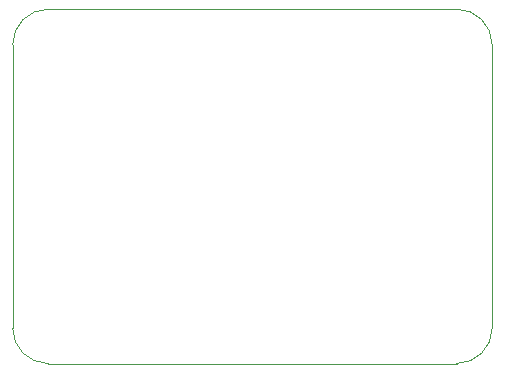
<source format=gbr>
%TF.GenerationSoftware,KiCad,Pcbnew,(7.0.0)*%
%TF.CreationDate,2023-08-10T18:16:06+02:00*%
%TF.ProjectId,SiboorVoronExt,5369626f-6f72-4566-9f72-6f6e4578742e,rev?*%
%TF.SameCoordinates,Original*%
%TF.FileFunction,Profile,NP*%
%FSLAX46Y46*%
G04 Gerber Fmt 4.6, Leading zero omitted, Abs format (unit mm)*
G04 Created by KiCad (PCBNEW (7.0.0)) date 2023-08-10 18:16:06*
%MOMM*%
%LPD*%
G01*
G04 APERTURE LIST*
%TA.AperFunction,Profile*%
%ADD10C,0.100000*%
%TD*%
G04 APERTURE END LIST*
D10*
X3000000Y0D02*
X37600000Y0D01*
X37600000Y-30000000D02*
X3000000Y-30000000D01*
X0Y-27000000D02*
G75*
G03*
X3000000Y-30000000I3000000J0D01*
G01*
X0Y-27000000D02*
X0Y-3000000D01*
X3000000Y0D02*
G75*
G03*
X0Y-3000000I-2J-2999998D01*
G01*
X40600000Y-3000000D02*
X40600000Y-27000000D01*
X40600000Y-3000000D02*
G75*
G03*
X37600000Y0I-3000000J0D01*
G01*
X37600000Y-30000000D02*
G75*
G03*
X40600000Y-27000000I0J3000000D01*
G01*
M02*

</source>
